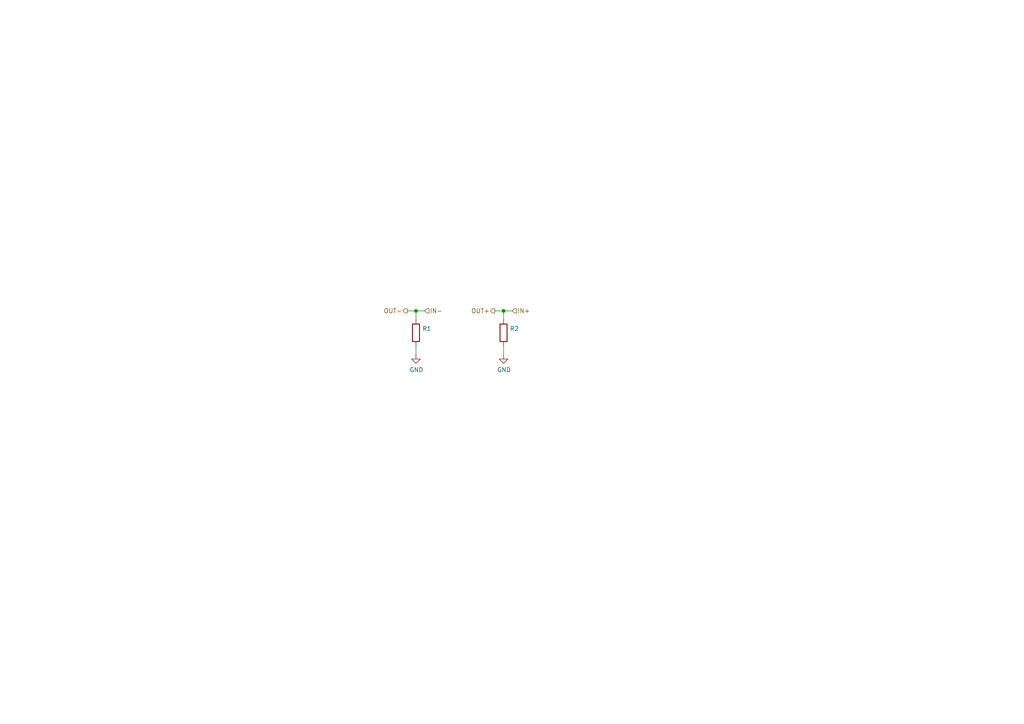
<source format=kicad_sch>
(kicad_sch (version 20211123) (generator eeschema)
  (paper "A4")
  (title_block (title "PCIexpress_x1_half") (company "Author: Luca Anastasio"))
  (lib_symbols
    (symbol "Device:R" (pin_numbers hide) (pin_names (offset 0))
      (property "Reference" "R" (at 2.032 0 90))
      (property "Value" "R" (at 0 0 90))
      (symbol "R_0_1"
        (rectangle (start -1.016 -2.54) (end 1.016 2.54) (stroke (width 0.254)))
      )
      (symbol "R_1_1"
        (pin passive line (at 0 3.81 270) (length 1.27) (name "~") (number "1"))
        (pin passive line (at 0 -3.81 90) (length 1.27) (name "~") (number "2"))
      )
    )
    (symbol "power:GND" (power) (pin_names (offset 0))
      (property "Value" "GND" (at 0 -3.81 0))
      (symbol "GND_0_1"
        (polyline (pts (xy 0 0) (xy 0 -1.27) (xy 1.27 -1.27) (xy 0 -2.54) (xy -1.27 -1.27) (xy 0 -1.27)))
      )
      (symbol "GND_1_1"
        (pin power_in line (at 0 0 270) (length 0) hide (name "GND") (number "1"))
      )
    )
  )
  (junction (at 146.05 90.17))
  (junction (at 120.65 90.17))
  (wire (pts (xy 118.11 90.17) (xy 120.65 90.17)))
  (wire (pts (xy 146.05 100.33) (xy 146.05 102.87)))
  (wire (pts (xy 120.65 90.17) (xy 123.19 90.17)))
  (wire (pts (xy 120.65 100.33) (xy 120.65 102.87)))
  (wire (pts (xy 120.65 92.71) (xy 120.65 90.17)))
  (wire (pts (xy 143.51 90.17) (xy 146.05 90.17)))
  (wire (pts (xy 146.05 90.17) (xy 148.59 90.17)))
  (wire (pts (xy 146.05 92.71) (xy 146.05 90.17)))
  (hierarchical_label "IN+" (shape input) (at 148.59 90.17 0))
  (hierarchical_label "IN-" (shape input) (at 123.19 90.17 0))
  (hierarchical_label "OUT-" (shape output) (at 118.11 90.17 180))
  (hierarchical_label "OUT+" (shape output) (at 143.51 90.17 180))
  (symbol (lib_id "Device:R") (at 120.65 96.52 0) (unit 1)
    (property "Reference" "R1" (at 122.428 95.3516 0) (effects (justify left)))
  )
  (symbol (lib_id "Device:R") (at 146.05 96.52 0) (unit 1)
    (property "Reference" "R2" (at 147.828 95.3516 0) (effects (justify left)))
  )
  (symbol (lib_id "power:GND") (at 120.65 102.87 0) (unit 1)
    (property "Reference" "#PWR0109" (effects hide))
  )
  (symbol (lib_id "power:GND") (at 146.05 102.87 0) (unit 1)
    (property "Reference" "#PWR0110" (effects hide))
  )
)
</source>
